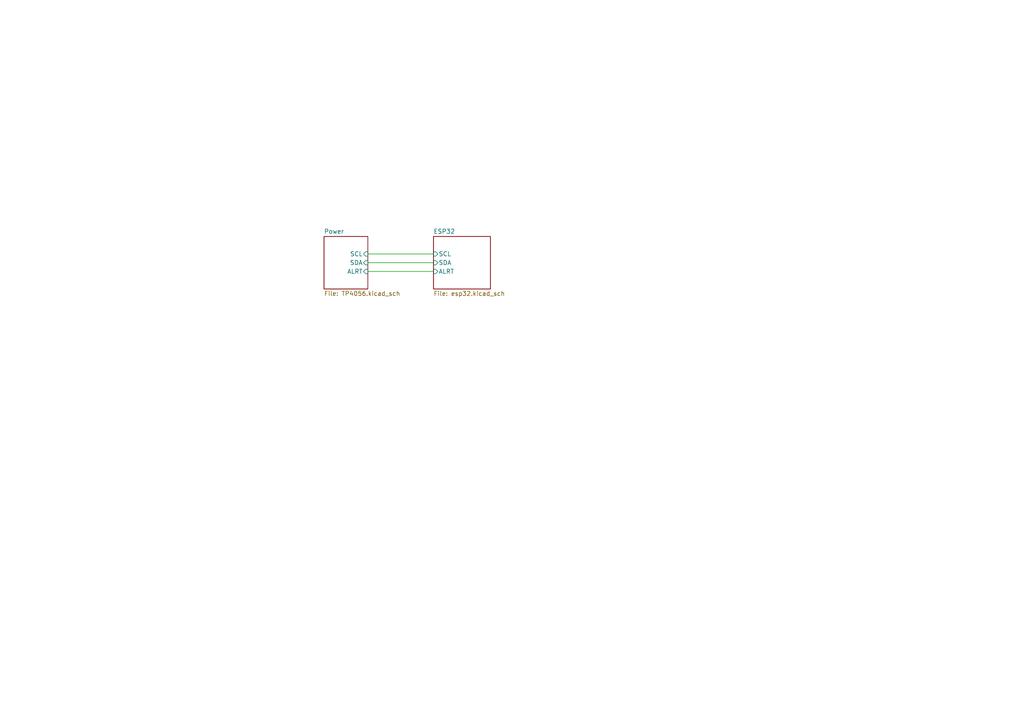
<source format=kicad_sch>
(kicad_sch
	(version 20231120)
	(generator "eeschema")
	(generator_version "8.0")
	(uuid "9c9b769b-6d93-4967-88ab-f69ade058b54")
	(paper "A4")
	(lib_symbols)
	(wire
		(pts
			(xy 106.68 78.74) (xy 125.73 78.74)
		)
		(stroke
			(width 0)
			(type default)
		)
		(uuid "4a4a7d01-392f-4a77-b07f-83f087e13a26")
	)
	(wire
		(pts
			(xy 106.68 76.2) (xy 125.73 76.2)
		)
		(stroke
			(width 0)
			(type default)
		)
		(uuid "4f47975c-21fd-42c2-a1f3-43eef37a8f5a")
	)
	(wire
		(pts
			(xy 106.68 73.66) (xy 125.73 73.66)
		)
		(stroke
			(width 0)
			(type default)
		)
		(uuid "514663fe-73b8-4357-bc50-086b864ccda1")
	)
	(sheet
		(at 125.73 68.58)
		(size 16.51 15.24)
		(fields_autoplaced yes)
		(stroke
			(width 0.1524)
			(type solid)
		)
		(fill
			(color 0 0 0 0.0000)
		)
		(uuid "5536cf67-6716-4fcb-b7cc-014c99deefc1")
		(property "Sheetname" "ESP32"
			(at 125.73 67.8684 0)
			(effects
				(font
					(size 1.27 1.27)
				)
				(justify left bottom)
			)
		)
		(property "Sheetfile" "esp32.kicad_sch"
			(at 125.73 84.4046 0)
			(effects
				(font
					(size 1.27 1.27)
				)
				(justify left top)
			)
		)
		(pin "SCL" input
			(at 125.73 73.66 180)
			(effects
				(font
					(size 1.27 1.27)
				)
				(justify left)
			)
			(uuid "46197645-e74b-412a-acfd-6dccbfca947d")
		)
		(pin "SDA" input
			(at 125.73 76.2 180)
			(effects
				(font
					(size 1.27 1.27)
				)
				(justify left)
			)
			(uuid "e454ff00-9794-4864-a6ed-5d2bdd8526eb")
		)
		(pin "ALRT" input
			(at 125.73 78.74 180)
			(effects
				(font
					(size 1.27 1.27)
				)
				(justify left)
			)
			(uuid "8eaa89de-4f1c-4d2c-b074-0420df3b123b")
		)
		(instances
			(project "ESP32_Clock_Gallery"
				(path "/9c9b769b-6d93-4967-88ab-f69ade058b54"
					(page "5")
				)
			)
		)
	)
	(sheet
		(at 93.98 68.58)
		(size 12.7 15.24)
		(fields_autoplaced yes)
		(stroke
			(width 0.1524)
			(type solid)
		)
		(fill
			(color 0 0 0 0.0000)
		)
		(uuid "7999240c-46a3-4533-9e5f-9ddc9415909a")
		(property "Sheetname" "Power"
			(at 93.98 67.8684 0)
			(effects
				(font
					(size 1.27 1.27)
				)
				(justify left bottom)
			)
		)
		(property "Sheetfile" "TP4056.kicad_sch"
			(at 93.98 84.4046 0)
			(effects
				(font
					(size 1.27 1.27)
				)
				(justify left top)
			)
		)
		(pin "SCL" input
			(at 106.68 73.66 0)
			(effects
				(font
					(size 1.27 1.27)
				)
				(justify right)
			)
			(uuid "eb50a861-8526-47df-9251-3d6a6d72a4ff")
		)
		(pin "SDA" input
			(at 106.68 76.2 0)
			(effects
				(font
					(size 1.27 1.27)
				)
				(justify right)
			)
			(uuid "0e49a201-a474-42ef-9d1c-fbbba5cf960e")
		)
		(pin "ALRT" input
			(at 106.68 78.74 0)
			(effects
				(font
					(size 1.27 1.27)
				)
				(justify right)
			)
			(uuid "c9e12eb8-2182-49e1-976f-97271a05e351")
		)
		(instances
			(project "ESP32_Clock_Gallery"
				(path "/9c9b769b-6d93-4967-88ab-f69ade058b54"
					(page "3")
				)
			)
		)
	)
	(sheet_instances
		(path "/"
			(page "1")
		)
	)
)

</source>
